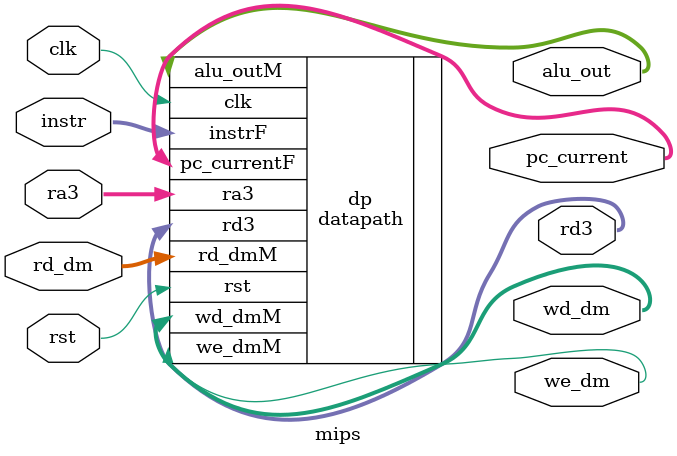
<source format=v>
module mips (
        input  wire        clk,
        input  wire        rst,
        input  wire [4:0]  ra3,
        input  wire [31:0] instr,
        input  wire [31:0] rd_dm,
        output wire        we_dm,
        output wire [31:0] pc_current,
        output wire [63:0] alu_out,
        output wire [31:0] wd_dm,
        output wire [31:0] rd3
    );
    
    datapath dp (
            .clk            (clk),
            .rst            (rst),
            .ra3            (ra3),
            .instrF         (instr),
            .rd_dmM         (rd_dm),
            .we_dmM         (we_dm),
            .pc_currentF    (pc_current),
            .alu_outM       (alu_out),
            .wd_dmM         (wd_dm),
            .rd3            (rd3)            
        );

endmodule

</source>
